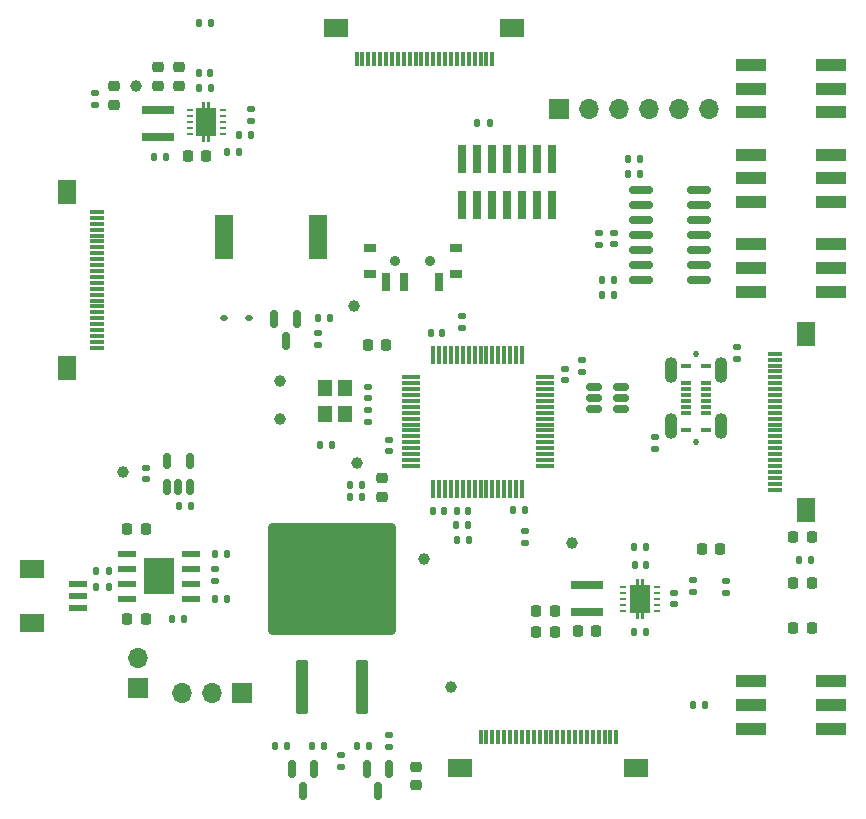
<source format=gbr>
%TF.GenerationSoftware,KiCad,Pcbnew,7.0.7-7.0.7~ubuntu22.04.1*%
%TF.CreationDate,2023-09-13T17:51:59+02:00*%
%TF.ProjectId,ShotClockProject,53686f74-436c-46f6-936b-50726f6a6563,rev?*%
%TF.SameCoordinates,Original*%
%TF.FileFunction,Soldermask,Top*%
%TF.FilePolarity,Negative*%
%FSLAX46Y46*%
G04 Gerber Fmt 4.6, Leading zero omitted, Abs format (unit mm)*
G04 Created by KiCad (PCBNEW 7.0.7-7.0.7~ubuntu22.04.1) date 2023-09-13 17:51:59*
%MOMM*%
%LPD*%
G01*
G04 APERTURE LIST*
G04 Aperture macros list*
%AMRoundRect*
0 Rectangle with rounded corners*
0 $1 Rounding radius*
0 $2 $3 $4 $5 $6 $7 $8 $9 X,Y pos of 4 corners*
0 Add a 4 corners polygon primitive as box body*
4,1,4,$2,$3,$4,$5,$6,$7,$8,$9,$2,$3,0*
0 Add four circle primitives for the rounded corners*
1,1,$1+$1,$2,$3*
1,1,$1+$1,$4,$5*
1,1,$1+$1,$6,$7*
1,1,$1+$1,$8,$9*
0 Add four rect primitives between the rounded corners*
20,1,$1+$1,$2,$3,$4,$5,0*
20,1,$1+$1,$4,$5,$6,$7,0*
20,1,$1+$1,$6,$7,$8,$9,0*
20,1,$1+$1,$8,$9,$2,$3,0*%
%AMFreePoly0*
4,1,21,-0.125000,1.200000,0.125000,1.200000,0.125000,1.700000,0.375000,1.700000,0.375000,1.200000,0.825000,1.200000,0.825000,-1.200000,0.375000,-1.200000,0.375000,-1.700000,0.125000,-1.700000,0.125000,-1.200000,-0.125000,-1.200000,-0.125000,-1.700000,-0.375000,-1.700000,-0.375000,-1.200000,-0.825000,-1.200000,-0.825000,1.200000,-0.375000,1.200000,-0.375000,1.700000,-0.125000,1.700000,
-0.125000,1.200000,-0.125000,1.200000,$1*%
G04 Aperture macros list end*
%ADD10RoundRect,0.135000X-0.185000X0.135000X-0.185000X-0.135000X0.185000X-0.135000X0.185000X0.135000X0*%
%ADD11RoundRect,0.140000X-0.140000X-0.170000X0.140000X-0.170000X0.140000X0.170000X-0.140000X0.170000X0*%
%ADD12R,2.550000X1.000000*%
%ADD13RoundRect,0.135000X-0.135000X-0.185000X0.135000X-0.185000X0.135000X0.185000X-0.135000X0.185000X0*%
%ADD14R,0.300000X1.300000*%
%ADD15R,2.000000X1.600000*%
%ADD16RoundRect,0.140000X-0.170000X0.140000X-0.170000X-0.140000X0.170000X-0.140000X0.170000X0.140000X0*%
%ADD17R,1.300000X0.300000*%
%ADD18R,1.600000X2.000000*%
%ADD19RoundRect,0.112500X-0.187500X-0.112500X0.187500X-0.112500X0.187500X0.112500X-0.187500X0.112500X0*%
%ADD20RoundRect,0.218750X0.218750X0.256250X-0.218750X0.256250X-0.218750X-0.256250X0.218750X-0.256250X0*%
%ADD21C,1.000000*%
%ADD22RoundRect,0.225000X0.225000X0.250000X-0.225000X0.250000X-0.225000X-0.250000X0.225000X-0.250000X0*%
%ADD23RoundRect,0.135000X0.185000X-0.135000X0.185000X0.135000X-0.185000X0.135000X-0.185000X-0.135000X0*%
%ADD24RoundRect,0.135000X0.135000X0.185000X-0.135000X0.185000X-0.135000X-0.185000X0.135000X-0.185000X0*%
%ADD25R,1.700000X1.700000*%
%ADD26O,1.700000X1.700000*%
%ADD27R,2.700000X0.800000*%
%ADD28RoundRect,0.140000X0.170000X-0.140000X0.170000X0.140000X-0.170000X0.140000X-0.170000X-0.140000X0*%
%ADD29R,0.740000X2.400000*%
%ADD30RoundRect,0.150000X-0.825000X-0.150000X0.825000X-0.150000X0.825000X0.150000X-0.825000X0.150000X0*%
%ADD31RoundRect,0.225000X-0.225000X-0.250000X0.225000X-0.250000X0.225000X0.250000X-0.225000X0.250000X0*%
%ADD32R,2.600000X3.100000*%
%ADD33R,1.550000X0.600000*%
%ADD34R,2.000000X1.500000*%
%ADD35R,0.600000X0.240000*%
%ADD36FreePoly0,0.000000*%
%ADD37RoundRect,0.150000X-0.150000X0.587500X-0.150000X-0.587500X0.150000X-0.587500X0.150000X0.587500X0*%
%ADD38RoundRect,0.075000X-0.700000X-0.075000X0.700000X-0.075000X0.700000X0.075000X-0.700000X0.075000X0*%
%ADD39RoundRect,0.075000X-0.075000X-0.700000X0.075000X-0.700000X0.075000X0.700000X-0.075000X0.700000X0*%
%ADD40C,0.520000*%
%ADD41R,0.870000X0.300000*%
%ADD42O,1.100000X2.200000*%
%ADD43RoundRect,0.218750X0.256250X-0.218750X0.256250X0.218750X-0.256250X0.218750X-0.256250X-0.218750X0*%
%ADD44RoundRect,0.225000X-0.250000X0.225000X-0.250000X-0.225000X0.250000X-0.225000X0.250000X0.225000X0*%
%ADD45RoundRect,0.225000X0.250000X-0.225000X0.250000X0.225000X-0.250000X0.225000X-0.250000X-0.225000X0*%
%ADD46RoundRect,0.218750X-0.256250X0.218750X-0.256250X-0.218750X0.256250X-0.218750X0.256250X0.218750X0*%
%ADD47R,1.000000X0.800000*%
%ADD48C,0.900000*%
%ADD49R,0.700000X1.500000*%
%ADD50RoundRect,0.140000X0.140000X0.170000X-0.140000X0.170000X-0.140000X-0.170000X0.140000X-0.170000X0*%
%ADD51RoundRect,0.250000X0.300000X-2.050000X0.300000X2.050000X-0.300000X2.050000X-0.300000X-2.050000X0*%
%ADD52RoundRect,0.250002X5.149998X-4.449998X5.149998X4.449998X-5.149998X4.449998X-5.149998X-4.449998X0*%
%ADD53RoundRect,0.218750X-0.218750X-0.256250X0.218750X-0.256250X0.218750X0.256250X-0.218750X0.256250X0*%
%ADD54RoundRect,0.150000X0.150000X-0.512500X0.150000X0.512500X-0.150000X0.512500X-0.150000X-0.512500X0*%
%ADD55RoundRect,0.150000X0.512500X0.150000X-0.512500X0.150000X-0.512500X-0.150000X0.512500X-0.150000X0*%
%ADD56R,1.200000X1.400000*%
%ADD57R,1.600000X3.800000*%
G04 APERTURE END LIST*
D10*
%TO.C,R29*%
X178500000Y-115465000D03*
X178500000Y-116485000D03*
%TD*%
D11*
%TO.C,C23*%
X133920000Y-72517500D03*
X134880000Y-72517500D03*
%TD*%
D12*
%TO.C,SW3*%
X180620000Y-75800000D03*
X180620000Y-73800000D03*
X180620000Y-71800000D03*
X187380000Y-75800000D03*
X187380000Y-73800000D03*
X187380000Y-71800000D03*
%TD*%
D13*
%TO.C,R4*%
X133930000Y-68287500D03*
X134950000Y-68287500D03*
%TD*%
D14*
%TO.C,FPC3*%
X169250000Y-128700000D03*
X168750000Y-128700000D03*
X168250000Y-128700000D03*
X167750000Y-128700000D03*
X167250000Y-128700000D03*
X166750000Y-128700000D03*
X166250000Y-128700000D03*
X165750000Y-128700000D03*
X165250000Y-128700000D03*
X164750000Y-128700000D03*
X164250000Y-128700000D03*
X163750000Y-128700000D03*
X163250000Y-128700000D03*
X162750000Y-128700000D03*
X162250000Y-128700000D03*
X161750000Y-128700000D03*
X161250000Y-128700000D03*
X160750000Y-128700000D03*
X160250000Y-128700000D03*
X159750000Y-128700000D03*
X159250000Y-128700000D03*
X158750000Y-128700000D03*
X158250000Y-128700000D03*
X157750000Y-128700000D03*
D15*
X156050000Y-131300000D03*
X170950000Y-131300000D03*
%TD*%
D13*
%TO.C,R20*%
X155740000Y-112000000D03*
X156760000Y-112000000D03*
%TD*%
D11*
%TO.C,C18*%
X170790000Y-114175000D03*
X171750000Y-114175000D03*
%TD*%
D16*
%TO.C,C3*%
X164890000Y-97520000D03*
X164890000Y-98480000D03*
%TD*%
D17*
%TO.C,FPC2*%
X182700000Y-96250000D03*
X182700000Y-96750000D03*
X182700000Y-97250000D03*
X182700000Y-97750000D03*
X182700000Y-98250000D03*
X182700000Y-98750000D03*
X182700000Y-99250000D03*
X182700000Y-99750000D03*
X182700000Y-100250000D03*
X182700000Y-100750000D03*
X182700000Y-101250000D03*
X182700000Y-101750000D03*
X182700000Y-102250000D03*
X182700000Y-102750000D03*
X182700000Y-103250000D03*
X182700000Y-103750000D03*
X182700000Y-104250000D03*
X182700000Y-104750000D03*
X182700000Y-105250000D03*
X182700000Y-105750000D03*
X182700000Y-106250000D03*
X182700000Y-106750000D03*
X182700000Y-107250000D03*
X182700000Y-107750000D03*
D18*
X185300000Y-109450000D03*
X185300000Y-94550000D03*
%TD*%
D10*
%TO.C,R32*%
X138305000Y-75527500D03*
X138305000Y-76547500D03*
%TD*%
D17*
%TO.C,FPC4*%
X125300000Y-95750000D03*
X125300000Y-95250000D03*
X125300000Y-94750000D03*
X125300000Y-94250000D03*
X125300000Y-93750000D03*
X125300000Y-93250000D03*
X125300000Y-92750000D03*
X125300000Y-92250000D03*
X125300000Y-91750000D03*
X125300000Y-91250000D03*
X125300000Y-90750000D03*
X125300000Y-90250000D03*
X125300000Y-89750000D03*
X125300000Y-89250000D03*
X125300000Y-88750000D03*
X125300000Y-88250000D03*
X125300000Y-87750000D03*
X125300000Y-87250000D03*
X125300000Y-86750000D03*
X125300000Y-86250000D03*
X125300000Y-85750000D03*
X125300000Y-85250000D03*
X125300000Y-84750000D03*
X125300000Y-84250000D03*
D18*
X122700000Y-82550000D03*
X122700000Y-97450000D03*
%TD*%
D19*
%TO.C,D2*%
X136035000Y-93265000D03*
X138135000Y-93265000D03*
%TD*%
D20*
%TO.C,D1*%
X185787500Y-115625000D03*
X184212500Y-115625000D03*
%TD*%
D21*
%TO.C,TP5*%
X147000000Y-92250000D03*
%TD*%
D11*
%TO.C,C28*%
X170270000Y-81000000D03*
X171230000Y-81000000D03*
%TD*%
D22*
%TO.C,C21*%
X167525000Y-119750000D03*
X165975000Y-119750000D03*
%TD*%
D13*
%TO.C,R12*%
X157490000Y-76750000D03*
X158510000Y-76750000D03*
%TD*%
D23*
%TO.C,R17*%
X150000000Y-129520000D03*
X150000000Y-128500000D03*
%TD*%
D21*
%TO.C,TP7*%
X140750000Y-98600000D03*
%TD*%
D24*
%TO.C,R35*%
X169050000Y-91250000D03*
X168030000Y-91250000D03*
%TD*%
%TO.C,R14*%
X156710000Y-110750000D03*
X155690000Y-110750000D03*
%TD*%
D10*
%TO.C,R8*%
X166372840Y-96757283D03*
X166372840Y-97777283D03*
%TD*%
D21*
%TO.C,TP8*%
X140750000Y-101750000D03*
%TD*%
D22*
%TO.C,C1*%
X149750000Y-95500000D03*
X148200000Y-95500000D03*
%TD*%
D25*
%TO.C,J3*%
X164380000Y-75500000D03*
D26*
X166920000Y-75500000D03*
X169460000Y-75500000D03*
X172000000Y-75500000D03*
X174540000Y-75500000D03*
X177080000Y-75500000D03*
%TD*%
D25*
%TO.C,J5*%
X128750000Y-124540000D03*
D26*
X128750000Y-122000000D03*
%TD*%
D27*
%TO.C,L1*%
X166750000Y-118150000D03*
X166750000Y-115850000D03*
%TD*%
D28*
%TO.C,C11*%
X148250000Y-102000000D03*
X148250000Y-101040000D03*
%TD*%
D29*
%TO.C,J2*%
X163810000Y-79800000D03*
X163810000Y-83700000D03*
X162540000Y-79800000D03*
X162540000Y-83700000D03*
X161270000Y-79800000D03*
X161270000Y-83700000D03*
X160000000Y-79800000D03*
X160000000Y-83700000D03*
X158730000Y-79800000D03*
X158730000Y-83700000D03*
X157460000Y-79800000D03*
X157460000Y-83700000D03*
X156190000Y-79800000D03*
X156190000Y-83700000D03*
%TD*%
D30*
%TO.C,U5*%
X171300000Y-82380000D03*
X171300000Y-83650000D03*
X171300000Y-84920000D03*
X171300000Y-86190000D03*
X171300000Y-87460000D03*
X171300000Y-88730000D03*
X171300000Y-90000000D03*
X176250000Y-90000000D03*
X176250000Y-88730000D03*
X176250000Y-87460000D03*
X176250000Y-86190000D03*
X176250000Y-84920000D03*
X176250000Y-83650000D03*
X176250000Y-82380000D03*
%TD*%
D24*
%TO.C,R34*%
X171270000Y-79750000D03*
X170250000Y-79750000D03*
%TD*%
D21*
%TO.C,TP11*%
X127490000Y-106250000D03*
%TD*%
D13*
%TO.C,R30*%
X136290000Y-79200000D03*
X137310000Y-79200000D03*
%TD*%
%TO.C,R16*%
X125230000Y-116000000D03*
X126250000Y-116000000D03*
%TD*%
D23*
%TO.C,R11*%
X144000000Y-95525000D03*
X144000000Y-94505000D03*
%TD*%
%TO.C,R5*%
X179500000Y-96685000D03*
X179500000Y-95665000D03*
%TD*%
D31*
%TO.C,C15*%
X127840000Y-111130000D03*
X129390000Y-111130000D03*
%TD*%
D24*
%TO.C,R13*%
X136250000Y-113180000D03*
X135230000Y-113180000D03*
%TD*%
D32*
%TO.C,IC1*%
X130515000Y-115080000D03*
D33*
X133215000Y-116985000D03*
X133215000Y-115715000D03*
X133215000Y-114445000D03*
X133215000Y-113175000D03*
X127815000Y-113175000D03*
X127815000Y-114445000D03*
X127815000Y-115715000D03*
X127815000Y-116985000D03*
%TD*%
D11*
%TO.C,C16*%
X155720000Y-109550000D03*
X156680000Y-109550000D03*
%TD*%
D33*
%TO.C,J4*%
X123690000Y-115750000D03*
X123690000Y-116750000D03*
X123690000Y-117750000D03*
D34*
X119810000Y-119050000D03*
X119810000Y-114450000D03*
%TD*%
D13*
%TO.C,R22*%
X147295000Y-129445000D03*
X148315000Y-129445000D03*
%TD*%
D11*
%TO.C,C29*%
X168060000Y-90000000D03*
X169020000Y-90000000D03*
%TD*%
D20*
%TO.C,D5*%
X178037500Y-112775000D03*
X176462500Y-112775000D03*
%TD*%
D35*
%TO.C,U4*%
X133130000Y-75612500D03*
X133130000Y-76112500D03*
X133130000Y-76612500D03*
X133130000Y-77112500D03*
X133130000Y-77612500D03*
X135930000Y-77612500D03*
X135930000Y-77112500D03*
X135930000Y-76612500D03*
X135930000Y-76112500D03*
X135930000Y-75612500D03*
D36*
X134530000Y-76612500D03*
%TD*%
D21*
%TO.C,TP4*%
X147250000Y-105500000D03*
%TD*%
D25*
%TO.C,J6*%
X137540000Y-125000000D03*
D26*
X135000000Y-125000000D03*
X132460000Y-125000000D03*
%TD*%
D28*
%TO.C,C10*%
X148250000Y-100000000D03*
X148250000Y-99040000D03*
%TD*%
D37*
%TO.C,Q4*%
X143675000Y-131380000D03*
X141775000Y-131380000D03*
X142725000Y-133255000D03*
%TD*%
D38*
%TO.C,U1*%
X151825000Y-98250000D03*
X151825000Y-98750000D03*
X151825000Y-99250000D03*
X151825000Y-99750000D03*
X151825000Y-100250000D03*
X151825000Y-100750000D03*
X151825000Y-101250000D03*
X151825000Y-101750000D03*
X151825000Y-102250000D03*
X151825000Y-102750000D03*
X151825000Y-103250000D03*
X151825000Y-103750000D03*
X151825000Y-104250000D03*
X151825000Y-104750000D03*
X151825000Y-105250000D03*
X151825000Y-105750000D03*
D39*
X153750000Y-107675000D03*
X154250000Y-107675000D03*
X154750000Y-107675000D03*
X155250000Y-107675000D03*
X155750000Y-107675000D03*
X156250000Y-107675000D03*
X156750000Y-107675000D03*
X157250000Y-107675000D03*
X157750000Y-107675000D03*
X158250000Y-107675000D03*
X158750000Y-107675000D03*
X159250000Y-107675000D03*
X159750000Y-107675000D03*
X160250000Y-107675000D03*
X160750000Y-107675000D03*
X161250000Y-107675000D03*
D38*
X163175000Y-105750000D03*
X163175000Y-105250000D03*
X163175000Y-104750000D03*
X163175000Y-104250000D03*
X163175000Y-103750000D03*
X163175000Y-103250000D03*
X163175000Y-102750000D03*
X163175000Y-102250000D03*
X163175000Y-101750000D03*
X163175000Y-101250000D03*
X163175000Y-100750000D03*
X163175000Y-100250000D03*
X163175000Y-99750000D03*
X163175000Y-99250000D03*
X163175000Y-98750000D03*
X163175000Y-98250000D03*
D39*
X161250000Y-96325000D03*
X160750000Y-96325000D03*
X160250000Y-96325000D03*
X159750000Y-96325000D03*
X159250000Y-96325000D03*
X158750000Y-96325000D03*
X158250000Y-96325000D03*
X157750000Y-96325000D03*
X157250000Y-96325000D03*
X156750000Y-96325000D03*
X156250000Y-96325000D03*
X155750000Y-96325000D03*
X155250000Y-96325000D03*
X154750000Y-96325000D03*
X154250000Y-96325000D03*
X153750000Y-96325000D03*
%TD*%
D40*
%TO.C,J1*%
X176000000Y-96250000D03*
X176000000Y-103750000D03*
D41*
X176865000Y-97250000D03*
X176865000Y-98750000D03*
X176865000Y-99250000D03*
X176865000Y-99750000D03*
X176865000Y-100250000D03*
X176865000Y-100750000D03*
X176865000Y-101250000D03*
X176865000Y-102750000D03*
X175135000Y-102750000D03*
X175135000Y-101250000D03*
X175135000Y-100750000D03*
X175135000Y-100250000D03*
X175135000Y-99750000D03*
X175135000Y-99250000D03*
X175135000Y-98750000D03*
X175135000Y-97250000D03*
D42*
X178150000Y-97600000D03*
X173850000Y-97600000D03*
X178150000Y-102400000D03*
X173850000Y-102400000D03*
%TD*%
D12*
%TO.C,SW4*%
X180620000Y-83400000D03*
X180620000Y-81400000D03*
X180620000Y-79400000D03*
X187380000Y-83400000D03*
X187380000Y-81400000D03*
X187380000Y-79400000D03*
%TD*%
D10*
%TO.C,R7*%
X172500000Y-103265000D03*
X172500000Y-104285000D03*
%TD*%
D28*
%TO.C,C22*%
X174150000Y-117455000D03*
X174150000Y-116495000D03*
%TD*%
D21*
%TO.C,TP12*%
X153000000Y-113600000D03*
%TD*%
D12*
%TO.C,SW1*%
X187380000Y-124000000D03*
X187380000Y-126000000D03*
X187380000Y-128000000D03*
X180620000Y-124000000D03*
X180620000Y-126000000D03*
X180620000Y-128000000D03*
%TD*%
D13*
%TO.C,R31*%
X133890000Y-73787500D03*
X134910000Y-73787500D03*
%TD*%
D43*
%TO.C,D6*%
X126675000Y-75175000D03*
X126675000Y-73600000D03*
%TD*%
D21*
%TO.C,TP3*%
X128575000Y-73587500D03*
%TD*%
D11*
%TO.C,C2*%
X153520000Y-94500000D03*
X154480000Y-94500000D03*
%TD*%
D13*
%TO.C,R9*%
X184740000Y-113750000D03*
X185760000Y-113750000D03*
%TD*%
D21*
%TO.C,TP1*%
X165500000Y-112250000D03*
%TD*%
D44*
%TO.C,C17*%
X152250000Y-131210000D03*
X152250000Y-132760000D03*
%TD*%
D13*
%TO.C,R15*%
X125230000Y-114650000D03*
X126250000Y-114650000D03*
%TD*%
D45*
%TO.C,C25*%
X132200000Y-73562500D03*
X132200000Y-72012500D03*
%TD*%
D31*
%TO.C,C20*%
X162475000Y-119800000D03*
X164025000Y-119800000D03*
%TD*%
D46*
%TO.C,FB1*%
X149400000Y-106812500D03*
X149400000Y-108387500D03*
%TD*%
D31*
%TO.C,C14*%
X127840000Y-118750000D03*
X129390000Y-118750000D03*
%TD*%
D47*
%TO.C,SW2*%
X155650000Y-89530000D03*
X155650000Y-87320000D03*
D48*
X153500000Y-88420000D03*
X150500000Y-88420000D03*
D47*
X148350000Y-89530000D03*
X148350000Y-87320000D03*
D49*
X154250000Y-90180000D03*
X151250000Y-90180000D03*
X149750000Y-90180000D03*
%TD*%
D50*
%TO.C,C8*%
X147680000Y-108400000D03*
X146720000Y-108400000D03*
%TD*%
D28*
%TO.C,C6*%
X150000000Y-104480000D03*
X150000000Y-103520000D03*
%TD*%
D51*
%TO.C,Q2*%
X142670000Y-124500000D03*
D52*
X145210000Y-115350000D03*
D51*
X147750000Y-124500000D03*
%TD*%
D13*
%TO.C,R27*%
X170760000Y-112635000D03*
X171780000Y-112635000D03*
%TD*%
D50*
%TO.C,C7*%
X147680000Y-107400000D03*
X146720000Y-107400000D03*
%TD*%
%TO.C,C5*%
X161480000Y-109500000D03*
X160520000Y-109500000D03*
%TD*%
D35*
%TO.C,U3*%
X169850000Y-116015000D03*
X169850000Y-116515000D03*
X169850000Y-117015000D03*
X169850000Y-117515000D03*
X169850000Y-118015000D03*
X172650000Y-118015000D03*
X172650000Y-117515000D03*
X172650000Y-117015000D03*
X172650000Y-116515000D03*
X172650000Y-116015000D03*
D36*
X171250000Y-117015000D03*
%TD*%
D37*
%TO.C,Q1*%
X142200000Y-93327500D03*
X140300000Y-93327500D03*
X141250000Y-95202500D03*
%TD*%
D23*
%TO.C,R2*%
X161500000Y-112260000D03*
X161500000Y-111240000D03*
%TD*%
D31*
%TO.C,C19*%
X162475000Y-118000000D03*
X164025000Y-118000000D03*
%TD*%
D24*
%TO.C,R1*%
X176760000Y-126000000D03*
X175740000Y-126000000D03*
%TD*%
D10*
%TO.C,R21*%
X135240000Y-114490000D03*
X135240000Y-115510000D03*
%TD*%
D53*
%TO.C,D3*%
X184212500Y-119500000D03*
X185787500Y-119500000D03*
%TD*%
%TO.C,D4*%
X184212500Y-111750000D03*
X185787500Y-111750000D03*
%TD*%
D54*
%TO.C,U2*%
X131215000Y-107567500D03*
X132165000Y-107567500D03*
X133115000Y-107567500D03*
X133115000Y-105292500D03*
X131215000Y-105292500D03*
%TD*%
D10*
%TO.C,R6*%
X156200000Y-93090000D03*
X156200000Y-94110000D03*
%TD*%
D31*
%TO.C,C26*%
X132990000Y-79537500D03*
X134540000Y-79537500D03*
%TD*%
D55*
%TO.C,U6*%
X169637500Y-100950000D03*
X169637500Y-100000000D03*
X169637500Y-99050000D03*
X167362500Y-99050000D03*
X167362500Y-100000000D03*
X167362500Y-100950000D03*
%TD*%
D23*
%TO.C,R36*%
X167800000Y-87010000D03*
X167800000Y-85990000D03*
%TD*%
D45*
%TO.C,C24*%
X130415000Y-73562500D03*
X130415000Y-72012500D03*
%TD*%
D16*
%TO.C,C13*%
X129415000Y-105900000D03*
X129415000Y-106860000D03*
%TD*%
D21*
%TO.C,TP2*%
X155250000Y-124500000D03*
%TD*%
D56*
%TO.C,Y1*%
X144610000Y-99150000D03*
X144610000Y-101350000D03*
X146310000Y-101350000D03*
X146310000Y-99150000D03*
%TD*%
D13*
%TO.C,R19*%
X140310000Y-129445000D03*
X141330000Y-129445000D03*
%TD*%
%TO.C,R10*%
X143990000Y-93265000D03*
X145010000Y-93265000D03*
%TD*%
D50*
%TO.C,C4*%
X154645000Y-109550000D03*
X153685000Y-109550000D03*
%TD*%
%TO.C,C9*%
X145143431Y-104000000D03*
X144183431Y-104000000D03*
%TD*%
%TO.C,C12*%
X133195000Y-109180000D03*
X132235000Y-109180000D03*
%TD*%
D23*
%TO.C,R33*%
X125125000Y-75172500D03*
X125125000Y-74152500D03*
%TD*%
D13*
%TO.C,R3*%
X130090000Y-79600000D03*
X131110000Y-79600000D03*
%TD*%
D14*
%TO.C,FPC1*%
X147250000Y-71300000D03*
X147750000Y-71300000D03*
X148250000Y-71300000D03*
X148750000Y-71300000D03*
X149250000Y-71300000D03*
X149750000Y-71300000D03*
X150250000Y-71300000D03*
X150750000Y-71300000D03*
X151250000Y-71300000D03*
X151750000Y-71300000D03*
X152250000Y-71300000D03*
X152750000Y-71300000D03*
X153250000Y-71300000D03*
X153750000Y-71300000D03*
X154250000Y-71300000D03*
X154750000Y-71300000D03*
X155250000Y-71300000D03*
X155750000Y-71300000D03*
X156250000Y-71300000D03*
X156750000Y-71300000D03*
X157250000Y-71300000D03*
X157750000Y-71300000D03*
X158250000Y-71300000D03*
X158750000Y-71300000D03*
D15*
X160450000Y-68700000D03*
X145550000Y-68700000D03*
%TD*%
D37*
%TO.C,Q3*%
X150025000Y-131380000D03*
X148125000Y-131380000D03*
X149075000Y-133255000D03*
%TD*%
D13*
%TO.C,R25*%
X131655000Y-118750000D03*
X132675000Y-118750000D03*
%TD*%
D10*
%TO.C,R28*%
X175750000Y-115415000D03*
X175750000Y-116435000D03*
%TD*%
D13*
%TO.C,R26*%
X170740000Y-119815000D03*
X171760000Y-119815000D03*
%TD*%
D24*
%TO.C,R18*%
X144505000Y-129445000D03*
X143485000Y-129445000D03*
%TD*%
D11*
%TO.C,C27*%
X137325000Y-77747500D03*
X138285000Y-77747500D03*
%TD*%
D10*
%TO.C,R23*%
X145900000Y-130205000D03*
X145900000Y-131225000D03*
%TD*%
D16*
%TO.C,C30*%
X169050000Y-86020000D03*
X169050000Y-86980000D03*
%TD*%
D57*
%TO.C,BUZZER1*%
X136000000Y-86400000D03*
X144000000Y-86400000D03*
%TD*%
D13*
%TO.C,R24*%
X135230000Y-117000000D03*
X136250000Y-117000000D03*
%TD*%
D27*
%TO.C,L2*%
X130450000Y-77937500D03*
X130450000Y-75637500D03*
%TD*%
D12*
%TO.C,SW5*%
X180620000Y-91000000D03*
X180620000Y-89000000D03*
X180620000Y-87000000D03*
X187380000Y-91000000D03*
X187380000Y-89000000D03*
X187380000Y-87000000D03*
%TD*%
M02*

</source>
